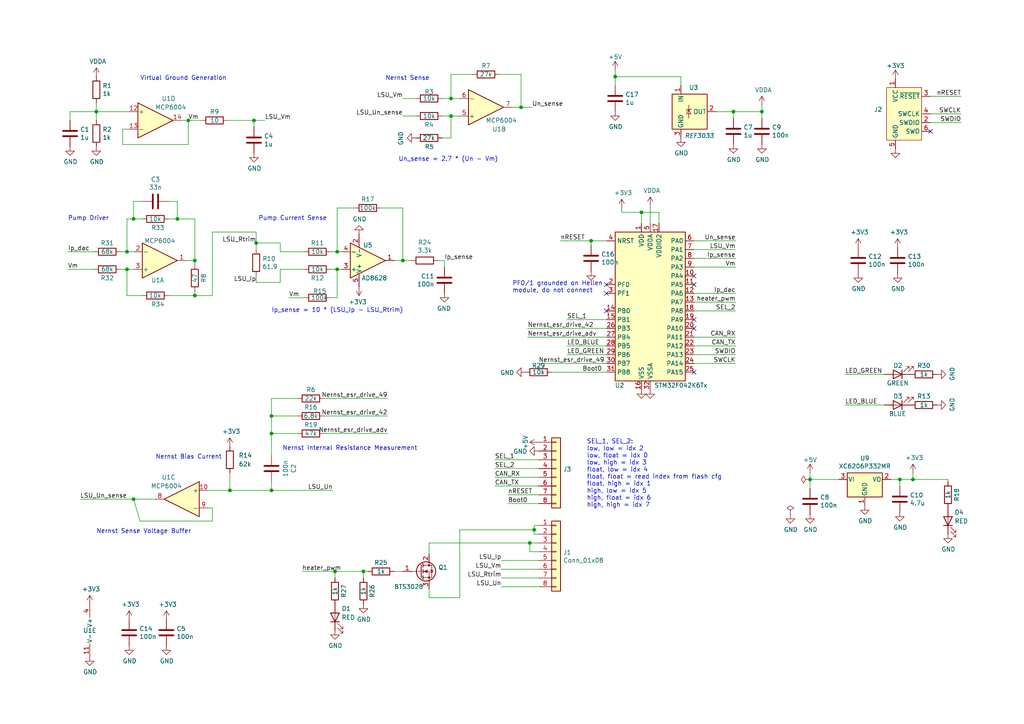
<source format=kicad_sch>
(kicad_sch (version 20211123) (generator eeschema)
  (paper "A4")
  (lib_symbols
    (symbol "Amplifier_Operational:AD8603" (pin_names (offset 0.127))
      (property "Reference" "U" (at 0 5.08 0))
      (property "Value" "AD8603" (at 0 -5.08 0))
      (symbol "AD8603_0_1"
        (polyline (pts (xy -5.08 5.08) (xy 5.08 0) (xy -5.08 -5.08) (xy -5.08 5.08)) (stroke (width 0.254)) (fill (type background)))
        (pin power_in line (at -2.54 -7.62 90) (length 3.81) (name "V-") (number "2"))
        (pin power_in line (at -2.54 7.62 270) (length 3.81) (name "V+") (number "5"))
      )
      (symbol "AD8603_1_1"
        (pin output line (at 7.62 0 180) (length 2.54) (name "~") (number "1"))
        (pin input line (at -7.62 2.54 0) (length 2.54) (name "+") (number "3"))
        (pin input line (at -7.62 -2.54 0) (length 2.54) (name "-") (number "4"))
      )
    )
    (symbol "Amplifier_Operational:MCP6004" (pin_names (offset 0.127))
      (property "Reference" "U" (at 0 5.08 0))
      (property "Value" "MCP6004" (at 0 -5.08 0))
      (symbol "MCP6004_1_1"
        (polyline (pts (xy -5.08 5.08) (xy 5.08 0) (xy -5.08 -5.08) (xy -5.08 5.08)) (stroke (width 0.254)) (fill (type background)))
        (pin output line (at 7.62 0 180) (length 2.54) (name "~") (number "1"))
        (pin input line (at -7.62 -2.54 0) (length 2.54) (name "-") (number "2"))
        (pin input line (at -7.62 2.54 0) (length 2.54) (name "+") (number "3"))
      )
      (symbol "MCP6004_2_1"
        (polyline (pts (xy -5.08 5.08) (xy 5.08 0) (xy -5.08 -5.08) (xy -5.08 5.08)) (stroke (width 0.254)) (fill (type background)))
        (pin input line (at -7.62 2.54 0) (length 2.54) (name "+") (number "5"))
        (pin input line (at -7.62 -2.54 0) (length 2.54) (name "-") (number "6"))
        (pin output line (at 7.62 0 180) (length 2.54) (name "~") (number "7"))
      )
      (symbol "MCP6004_3_1"
        (polyline (pts (xy -5.08 5.08) (xy 5.08 0) (xy -5.08 -5.08) (xy -5.08 5.08)) (stroke (width 0.254)) (fill (type background)))
        (pin input line (at -7.62 2.54 0) (length 2.54) (name "+") (number "10"))
        (pin output line (at 7.62 0 180) (length 2.54) (name "~") (number "8"))
        (pin input line (at -7.62 -2.54 0) (length 2.54) (name "-") (number "9"))
      )
      (symbol "MCP6004_4_1"
        (polyline (pts (xy -5.08 5.08) (xy 5.08 0) (xy -5.08 -5.08) (xy -5.08 5.08)) (stroke (width 0.254)) (fill (type background)))
        (pin input line (at -7.62 2.54 0) (length 2.54) (name "+") (number "12"))
        (pin input line (at -7.62 -2.54 0) (length 2.54) (name "-") (number "13"))
        (pin output line (at 7.62 0 180) (length 2.54) (name "~") (number "14"))
      )
      (symbol "MCP6004_5_1"
        (pin power_in line (at -2.54 -7.62 90) (length 3.81) (name "V-") (number "11"))
        (pin power_in line (at -2.54 7.62 270) (length 3.81) (name "V+") (number "4"))
      )
    )
    (symbol "Connector:Conn_ARM_SWD_TagConnect_TC2030" (in_bom no)
      (property "Reference" "J" (at 2.54 11.43 0))
      (property "Value" "Conn_ARM_SWD_TagConnect_TC2030" (at 5.08 8.89 0))
      (symbol "Conn_ARM_SWD_TagConnect_TC2030_0_0"
        (pin power_in line (at -2.54 10.16 270) (length 2.54) (name "VCC") (number "1"))
        (pin bidirectional line (at 7.62 -2.54 180) (length 2.54) (name "SWDIO") (number "2"))
        (pin open_collector line (at 7.62 5.08 180) (length 2.54) (name "~{RESET}") (number "3"))
        (pin output line (at 7.62 0 180) (length 2.54) (name "SWCLK") (number "4"))
        (pin power_in line (at -2.54 -10.16 90) (length 2.54) (name "GND") (number "5"))
        (pin input line (at 7.62 -5.08 180) (length 2.54) (name "SWO") (number "6"))
      )
      (symbol "Conn_ARM_SWD_TagConnect_TC2030_0_1"
        (rectangle (start -5.08 7.62) (end 5.08 -7.62) (fill (type background)))
      )
    )
    (symbol "Connector_Generic:Conn_01x08" (pin_names (offset 1.016) hide)
      (property "Reference" "J" (at 0 10.16 0))
      (property "Value" "Conn_01x08" (at 0 -12.7 0))
      (symbol "Conn_01x08_1_1"
        (rectangle (start -1.27 -10.033) (end 0 -10.287) (stroke (width 0.1524)))
        (rectangle (start -1.27 -7.493) (end 0 -7.747) (stroke (width 0.1524)))
        (rectangle (start -1.27 -4.953) (end 0 -5.207) (stroke (width 0.1524)))
        (rectangle (start -1.27 -2.413) (end 0 -2.667) (stroke (width 0.1524)))
        (rectangle (start -1.27 0.127) (end 0 -0.127) (stroke (width 0.1524)))
        (rectangle (start -1.27 2.667) (end 0 2.413) (stroke (width 0.1524)))
        (rectangle (start -1.27 5.207) (end 0 4.953) (stroke (width 0.1524)))
        (rectangle (start -1.27 7.747) (end 0 7.493) (stroke (width 0.1524)))
        (rectangle (start -1.27 8.89) (end 1.27 -11.43) (stroke (width 0.254)) (fill (type background)))
        (pin passive line (at -5.08 7.62 0) (length 3.81) (name "Pin_1") (number "1"))
        (pin passive line (at -5.08 5.08 0) (length 3.81) (name "Pin_2") (number "2"))
        (pin passive line (at -5.08 2.54 0) (length 3.81) (name "Pin_3") (number "3"))
        (pin passive line (at -5.08 0 0) (length 3.81) (name "Pin_4") (number "4"))
        (pin passive line (at -5.08 -2.54 0) (length 3.81) (name "Pin_5") (number "5"))
        (pin passive line (at -5.08 -5.08 0) (length 3.81) (name "Pin_6") (number "6"))
        (pin passive line (at -5.08 -7.62 0) (length 3.81) (name "Pin_7") (number "7"))
        (pin passive line (at -5.08 -10.16 0) (length 3.81) (name "Pin_8") (number "8"))
      )
    )
    (symbol "Device:C" (pin_numbers hide) (pin_names (offset 0.254))
      (property "Reference" "C" (at 0.635 2.54 0))
      (property "Value" "C" (at 0.635 -2.54 0))
      (symbol "C_0_1"
        (polyline (pts (xy -2.032 -0.762) (xy 2.032 -0.762)) (stroke (width 0.508)))
        (polyline (pts (xy -2.032 0.762) (xy 2.032 0.762)) (stroke (width 0.508)))
      )
      (symbol "C_1_1"
        (pin passive line (at 0 3.81 270) (length 2.794) (name "~") (number "1"))
        (pin passive line (at 0 -3.81 90) (length 2.794) (name "~") (number "2"))
      )
    )
    (symbol "Device:LED" (pin_numbers hide) (pin_names (offset 1.016) hide)
      (property "Reference" "D" (at 0 2.54 0))
      (property "Value" "LED" (at 0 -2.54 0))
      (symbol "LED_0_1"
        (polyline (pts (xy -1.27 -1.27) (xy -1.27 1.27)) (stroke (width 0.254)))
        (polyline (pts (xy -1.27 0) (xy 1.27 0)))
        (polyline (pts (xy 1.27 -1.27) (xy 1.27 1.27) (xy -1.27 0) (xy 1.27 -1.27)) (stroke (width 0.254)))
        (polyline (pts (xy -3.048 -0.762) (xy -4.572 -2.286) (xy -3.81 -2.286) (xy -4.572 -2.286) (xy -4.572 -1.524)))
        (polyline (pts (xy -1.778 -0.762) (xy -3.302 -2.286) (xy -2.54 -2.286) (xy -3.302 -2.286) (xy -3.302 -1.524)))
      )
      (symbol "LED_1_1"
        (pin passive line (at -3.81 0 0) (length 2.54) (name "K") (number "1"))
        (pin passive line (at 3.81 0 180) (length 2.54) (name "A") (number "2"))
      )
    )
    (symbol "Device:Q_NMOS_GDS" (pin_names (offset 0) hide)
      (property "Reference" "Q" (at 5.08 1.27 0))
      (property "Value" "Q_NMOS_GDS" (at 5.08 -1.27 0))
      (symbol "Q_NMOS_GDS_0_1"
        (polyline (pts (xy 0.254 0) (xy -2.54 0)))
        (polyline (pts (xy 0.254 1.905) (xy 0.254 -1.905)) (stroke (width 0.254)))
        (polyline (pts (xy 0.762 -1.27) (xy 0.762 -2.286)) (stroke (width 0.254)))
        (polyline (pts (xy 0.762 0.508) (xy 0.762 -0.508)) (stroke (width 0.254)))
        (polyline (pts (xy 0.762 2.286) (xy 0.762 1.27)) (stroke (width 0.254)))
        (polyline (pts (xy 2.54 2.54) (xy 2.54 1.778)))
        (polyline (pts (xy 2.54 -2.54) (xy 2.54 0) (xy 0.762 0)))
        (polyline (pts (xy 0.762 -1.778) (xy 3.302 -1.778) (xy 3.302 1.778) (xy 0.762 1.778)))
        (polyline (pts (xy 1.016 0) (xy 2.032 0.381) (xy 2.032 -0.381) (xy 1.016 0)) (fill (type outline)))
        (polyline (pts (xy 2.794 0.508) (xy 2.921 0.381) (xy 3.683 0.381) (xy 3.81 0.254)))
        (polyline (pts (xy 3.302 0.381) (xy 2.921 -0.254) (xy 3.683 -0.254) (xy 3.302 0.381)))
        (circle (center 1.651 0) (radius 2.794) (stroke (width 0.254)))
        (circle (center 2.54 -1.778) (radius 0.254) (fill (type outline)))
        (circle (center 2.54 1.778) (radius 0.254) (fill (type outline)))
      )
      (symbol "Q_NMOS_GDS_1_1"
        (pin input line (at -5.08 0 0) (length 2.54) (name "G") (number "1"))
        (pin passive line (at 2.54 5.08 270) (length 2.54) (name "D") (number "2"))
        (pin passive line (at 2.54 -5.08 90) (length 2.54) (name "S") (number "3"))
      )
    )
    (symbol "Device:R" (pin_numbers hide) (pin_names (offset 0))
      (property "Reference" "R" (at 2.032 0 90))
      (property "Value" "R" (at 0 0 90))
      (symbol "R_0_1"
        (rectangle (start -1.016 -2.54) (end 1.016 2.54) (stroke (width 0.254)))
      )
      (symbol "R_1_1"
        (pin passive line (at 0 3.81 270) (length 1.27) (name "~") (number "1"))
        (pin passive line (at 0 -3.81 90) (length 1.27) (name "~") (number "2"))
      )
    )
    (symbol "MCU_ST_STM32F0:STM32F042K6Tx"
      (property "Reference" "U" (at -10.16 21.59 0))
      (property "Value" "STM32F042K6Tx" (at 5.08 21.59 0))
      (symbol "STM32F042K6Tx_0_1"
        (rectangle (start -10.16 -22.86) (end 10.16 20.32) (stroke (width 0.254)) (fill (type background)))
      )
      (symbol "STM32F042K6Tx_1_1"
        (pin power_in line (at -2.54 22.86 270) (length 2.54) (name "VDD") (number "1"))
        (pin bidirectional line (at 12.7 7.62 180) (length 2.54) (name "PA4") (number "10"))
        (pin bidirectional line (at 12.7 5.08 180) (length 2.54) (name "PA5") (number "11"))
        (pin bidirectional line (at 12.7 2.54 180) (length 2.54) (name "PA6") (number "12"))
        (pin bidirectional line (at 12.7 0 180) (length 2.54) (name "PA7") (number "13"))
        (pin bidirectional line (at -12.7 -2.54 0) (length 2.54) (name "PB0") (number "14"))
        (pin bidirectional line (at -12.7 -5.08 0) (length 2.54) (name "PB1") (number "15"))
        (pin power_in line (at -2.54 -25.4 90) (length 2.54) (name "VSS") (number "16"))
        (pin power_in line (at 2.54 22.86 270) (length 2.54) (name "VDDIO2") (number "17"))
        (pin bidirectional line (at 12.7 -2.54 180) (length 2.54) (name "PA8") (number "18"))
        (pin bidirectional line (at 12.7 -5.08 180) (length 2.54) (name "PA9") (number "19"))
        (pin input line (at -12.7 5.08 0) (length 2.54) (name "PF0") (number "2"))
        (pin bidirectional line (at 12.7 -7.62 180) (length 2.54) (name "PA10") (number "20"))
        (pin bidirectional line (at 12.7 -10.16 180) (length 2.54) (name "PA11") (number "21"))
        (pin bidirectional line (at 12.7 -12.7 180) (length 2.54) (name "PA12") (number "22"))
        (pin bidirectional line (at 12.7 -15.24 180) (length 2.54) (name "PA13") (number "23"))
        (pin bidirectional line (at 12.7 -17.78 180) (length 2.54) (name "PA14") (number "24"))
        (pin bidirectional line (at 12.7 -20.32 180) (length 2.54) (name "PA15") (number "25"))
        (pin bidirectional line (at -12.7 -7.62 0) (length 2.54) (name "PB3") (number "26"))
        (pin bidirectional line (at -12.7 -10.16 0) (length 2.54) (name "PB4") (number "27"))
        (pin bidirectional line (at -12.7 -12.7 0) (length 2.54) (name "PB5") (number "28"))
        (pin bidirectional line (at -12.7 -15.24 0) (length 2.54) (name "PB6") (number "29"))
        (pin input line (at -12.7 2.54 0) (length 2.54) (name "PF1") (number "3"))
        (pin bidirectional line (at -12.7 -17.78 0) (length 2.54) (name "PB7") (number "30"))
        (pin bidirectional line (at -12.7 -20.32 0) (length 2.54) (name "PB8") (number "31"))
        (pin power_in line (at 0 -25.4 90) (length 2.54) (name "VSSA") (number "32"))
        (pin input line (at -12.7 17.78 0) (length 2.54) (name "NRST") (number "4"))
        (pin power_in line (at 0 22.86 270) (length 2.54) (name "VDDA") (number "5"))
        (pin bidirectional line (at 12.7 17.78 180) (length 2.54) (name "PA0") (number "6"))
        (pin bidirectional line (at 12.7 15.24 180) (length 2.54) (name "PA1") (number "7"))
        (pin bidirectional line (at 12.7 12.7 180) (length 2.54) (name "PA2") (number "8"))
        (pin bidirectional line (at 12.7 10.16 180) (length 2.54) (name "PA3") (number "9"))
      )
    )
    (symbol "Reference_Voltage:REF3033" (pin_names (offset 0.254))
      (property "Reference" "U" (at 0 6.35 0))
      (property "Value" "REF3033" (at 2.54 -6.35 0))
      (symbol "REF3033_0_1"
        (rectangle (start -5.08 5.08) (end 5.08 -5.08) (stroke (width 0.254)) (fill (type background)))
        (polyline (pts (xy -0.254 1.905) (xy -0.254 -1.905)))
        (polyline (pts (xy -0.889 -0.635) (xy 0.381 -0.635) (xy -0.254 0.635) (xy -0.889 -0.635)))
        (polyline (pts (xy 0.381 1.016) (xy 0.381 0.635) (xy -0.889 0.635) (xy -0.889 0.254)))
      )
      (symbol "REF3033_1_1"
        (pin power_in line (at -2.54 7.62 270) (length 2.54) (name "IN") (number "1"))
        (pin power_out line (at 7.62 0 180) (length 2.54) (name "OUT") (number "2"))
        (pin power_in line (at -2.54 -7.62 90) (length 2.54) (name "GND") (number "3"))
      )
    )
    (symbol "Regulator_Linear:XC6206PxxxMR" (pin_names (offset 0.254))
      (property "Reference" "U" (at -3.81 3.175 0))
      (property "Value" "XC6206PxxxMR" (at 0 3.175 0))
      (symbol "XC6206PxxxMR_0_1"
        (rectangle (start -5.08 1.905) (end 5.08 -5.08) (stroke (width 0.254)) (fill (type background)))
      )
      (symbol "XC6206PxxxMR_1_1"
        (pin power_in line (at 0 -7.62 90) (length 2.54) (name "GND") (number "1"))
        (pin power_out line (at 7.62 0 180) (length 2.54) (name "VO") (number "2"))
        (pin power_in line (at -7.62 0 0) (length 2.54) (name "VI") (number "3"))
      )
    )
    (symbol "power:+5V" (power) (pin_names (offset 0))
      (property "Value" "+5V" (at 0 3.556 0))
      (symbol "+5V_0_1"
        (polyline (pts (xy -0.762 1.27) (xy 0 2.54)))
        (polyline (pts (xy 0 0) (xy 0 2.54)))
        (polyline (pts (xy 0 2.54) (xy 0.762 1.27)))
      )
      (symbol "+5V_1_1"
        (pin power_in line (at 0 0 90) (length 0) hide (name "+5V") (number "1"))
      )
    )
    (symbol "power:GND" (power) (pin_names (offset 0))
      (property "Value" "GND" (at 0 -3.81 0))
      (symbol "GND_0_1"
        (polyline (pts (xy 0 0) (xy 0 -1.27) (xy 1.27 -1.27) (xy 0 -2.54) (xy -1.27 -1.27) (xy 0 -1.27)))
      )
      (symbol "GND_1_1"
        (pin power_in line (at 0 0 270) (length 0) hide (name "GND") (number "1"))
      )
    )
    (symbol "power:PWR_FLAG" (power) (pin_numbers hide) (pin_names (offset 0) hide)
      (property "Value" "PWR_FLAG" (at 0 3.81 0))
      (symbol "PWR_FLAG_0_0"
        (pin power_out line (at 0 0 90) (length 0) (name "pwr") (number "1"))
      )
      (symbol "PWR_FLAG_0_1"
        (polyline (pts (xy 0 0) (xy 0 1.27) (xy -1.016 1.905) (xy 0 2.54) (xy 1.016 1.905) (xy 0 1.27)))
      )
    )
    (symbol "power:VDDA" (power) (pin_names (offset 0))
      (property "Value" "VDDA" (at 0 3.81 0))
      (symbol "VDDA_0_1"
        (polyline (pts (xy -0.762 1.27) (xy 0 2.54)))
        (polyline (pts (xy 0 0) (xy 0 2.54)))
        (polyline (pts (xy 0 2.54) (xy 0.762 1.27)))
      )
      (symbol "VDDA_1_1"
        (pin power_in line (at 0 0 90) (length 0) hide (name "VDDA") (number "1"))
      )
    )
    (symbol "wideband_controller-rescue:+3.3V-power" (power) (pin_names (offset 0))
      (property "Value" "+3.3V-power" (at 0 3.556 0))
      (symbol "+3.3V-power_0_1"
        (polyline (pts (xy -0.762 1.27) (xy 0 2.54)))
        (polyline (pts (xy 0 0) (xy 0 2.54)))
        (polyline (pts (xy 0 2.54) (xy 0.762 1.27)))
      )
      (symbol "+3.3V-power_1_1"
        (pin power_in line (at 0 0 90) (length 0) hide (name "+3V3") (number "1"))
      )
    )
  )
  (junction (at 54.61 34.925))
  (junction (at 154.94 153.67))
  (junction (at 66.675 142.24))
  (junction (at 56.515 85.725))
  (junction (at 171.45 69.85))
  (junction (at 260.985 139.065))
  (junction (at 38.735 63.5))
  (junction (at 178.435 22.225))
  (junction (at 130.81 28.575))
  (junction (at 73.66 34.925))
  (junction (at 151.13 31.115))
  (junction (at 264.795 139.065))
  (junction (at 38.735 144.78))
  (junction (at 78.74 142.24))
  (junction (at 74.295 70.485))
  (junction (at 212.725 32.385))
  (junction (at 116.84 75.565))
  (junction (at 56.515 75.565))
  (junction (at 130.81 33.655))
  (junction (at 36.83 78.105))
  (junction (at 220.98 32.385))
  (junction (at 153.67 157.48))
  (junction (at 105.41 165.735))
  (junction (at 234.95 139.065))
  (junction (at 36.83 73.025))
  (junction (at 97.79 73.025))
  (junction (at 78.74 125.73))
  (junction (at 51.435 63.5))
  (junction (at 97.155 165.735))
  (junction (at 27.94 32.385))
  (junction (at 186.055 61.595))
  (junction (at 97.79 78.105))
  (junction (at 78.74 120.65))
  (no_connect (at 201.295 92.71))
  (no_connect (at 201.295 82.55))
  (no_connect (at 201.295 80.01))
  (no_connect (at 175.895 85.09))
  (no_connect (at 175.895 90.17))
  (no_connect (at 269.875 38.1))
  (no_connect (at 175.895 82.55))
  (no_connect (at 201.295 107.95))
  (no_connect (at 201.295 95.25))
  (wire (pts (xy 245.11 108.585) (xy 256.54 108.585)))
  (wire (pts (xy 128.905 75.565) (xy 127 75.565)))
  (wire (pts (xy 147.32 143.51) (xy 156.21 143.51)))
  (wire (pts (xy 34.925 78.105) (xy 36.83 78.105)))
  (wire (pts (xy 156.21 105.41) (xy 175.895 105.41)))
  (wire (pts (xy 61.595 147.32) (xy 60.325 147.32)))
  (wire (pts (xy 264.795 139.065) (xy 274.955 139.065)))
  (wire (pts (xy 116.84 33.655) (xy 120.65 33.655)))
  (wire (pts (xy 78.74 120.65) (xy 86.36 120.65)))
  (wire (pts (xy 116.84 165.735) (xy 114.3 165.735)))
  (wire (pts (xy 153.035 97.79) (xy 175.895 97.79)))
  (wire (pts (xy 37.465 37.465) (xy 35.56 37.465)))
  (wire (pts (xy 19.685 78.105) (xy 27.305 78.105)))
  (wire (pts (xy 95.885 73.025) (xy 97.79 73.025)))
  (wire (pts (xy 201.295 69.85) (xy 213.36 69.85)))
  (wire (pts (xy 110.49 60.325) (xy 116.84 60.325)))
  (wire (pts (xy 178.435 22.225) (xy 178.435 20.32)))
  (wire (pts (xy 66.675 142.24) (xy 78.74 142.24)))
  (wire (pts (xy 130.81 40.005) (xy 130.81 33.655)))
  (wire (pts (xy 144.78 21.59) (xy 151.13 21.59)))
  (wire (pts (xy 38.735 144.78) (xy 40.64 151.13)))
  (wire (pts (xy 78.74 142.24) (xy 78.74 139.7)))
  (wire (pts (xy 97.155 167.64) (xy 97.155 165.735)))
  (wire (pts (xy 154.305 31.115) (xy 151.13 31.115)))
  (wire (pts (xy 81.28 81.915) (xy 74.295 81.915)))
  (wire (pts (xy 35.56 41.91) (xy 54.61 41.91)))
  (wire (pts (xy 54.61 41.91) (xy 54.61 34.925)))
  (wire (pts (xy 61.595 67.31) (xy 74.295 67.31)))
  (wire (pts (xy 156.21 162.56) (xy 145.415 162.56)))
  (wire (pts (xy 201.295 102.87) (xy 213.36 102.87)))
  (wire (pts (xy 213.36 97.79) (xy 201.295 97.79)))
  (wire (pts (xy 124.46 157.48) (xy 153.67 157.48)))
  (wire (pts (xy 175.895 92.71) (xy 164.465 92.71)))
  (wire (pts (xy 27.94 32.385) (xy 37.465 32.385)))
  (wire (pts (xy 36.83 73.025) (xy 38.735 73.025)))
  (wire (pts (xy 38.735 144.78) (xy 45.085 144.78)))
  (wire (pts (xy 97.79 60.325) (xy 97.79 73.025)))
  (wire (pts (xy 243.205 139.065) (xy 234.95 139.065)))
  (wire (pts (xy 130.81 33.655) (xy 133.35 33.655)))
  (wire (pts (xy 213.36 77.47) (xy 201.295 77.47)))
  (wire (pts (xy 154.94 152.4) (xy 156.21 152.4)))
  (wire (pts (xy 112.395 125.73) (xy 93.98 125.73)))
  (wire (pts (xy 74.295 67.31) (xy 74.295 70.485)))
  (wire (pts (xy 197.485 22.225) (xy 178.435 22.225)))
  (wire (pts (xy 95.885 86.36) (xy 97.79 86.36)))
  (wire (pts (xy 78.74 120.65) (xy 78.74 125.73)))
  (wire (pts (xy 124.46 160.655) (xy 124.46 157.48)))
  (wire (pts (xy 19.685 73.025) (xy 27.305 73.025)))
  (wire (pts (xy 213.36 87.63) (xy 201.295 87.63)))
  (wire (pts (xy 97.79 73.025) (xy 99.06 73.025)))
  (wire (pts (xy 274.955 139.065) (xy 274.955 139.7)))
  (wire (pts (xy 160.02 107.95) (xy 175.895 107.95)))
  (wire (pts (xy 35.56 37.465) (xy 35.56 41.91)))
  (wire (pts (xy 191.135 61.595) (xy 191.135 64.77)))
  (wire (pts (xy 234.95 137.16) (xy 234.95 139.065)))
  (wire (pts (xy 156.21 167.64) (xy 145.415 167.64)))
  (wire (pts (xy 164.465 102.87) (xy 175.895 102.87)))
  (wire (pts (xy 87.63 165.735) (xy 97.155 165.735)))
  (wire (pts (xy 48.895 63.5) (xy 51.435 63.5)))
  (wire (pts (xy 78.74 115.57) (xy 86.36 115.57)))
  (wire (pts (xy 234.95 139.065) (xy 234.95 141.605)))
  (wire (pts (xy 264.795 137.16) (xy 264.795 139.065)))
  (wire (pts (xy 278.765 33.02) (xy 269.875 33.02)))
  (wire (pts (xy 74.295 70.485) (xy 81.28 70.485)))
  (wire (pts (xy 201.295 100.33) (xy 213.36 100.33)))
  (wire (pts (xy 56.515 75.565) (xy 53.975 75.565)))
  (wire (pts (xy 207.645 32.385) (xy 212.725 32.385)))
  (wire (pts (xy 97.155 165.735) (xy 105.41 165.735)))
  (wire (pts (xy 130.81 40.005) (xy 128.27 40.005)))
  (wire (pts (xy 186.055 61.595) (xy 191.135 61.595)))
  (wire (pts (xy 60.325 142.24) (xy 66.675 142.24)))
  (wire (pts (xy 66.675 137.16) (xy 66.675 142.24)))
  (wire (pts (xy 197.485 24.765) (xy 197.485 22.225)))
  (wire (pts (xy 213.36 72.39) (xy 201.295 72.39)))
  (wire (pts (xy 76.835 34.925) (xy 73.66 34.925)))
  (wire (pts (xy 180.34 61.595) (xy 186.055 61.595)))
  (wire (pts (xy 245.11 117.475) (xy 256.54 117.475)))
  (wire (pts (xy 145.415 170.18) (xy 156.21 170.18)))
  (wire (pts (xy 81.28 73.025) (xy 88.265 73.025)))
  (wire (pts (xy 48.895 85.725) (xy 56.515 85.725)))
  (wire (pts (xy 20.32 32.385) (xy 27.94 32.385)))
  (wire (pts (xy 105.41 165.735) (xy 105.41 167.64)))
  (wire (pts (xy 83.82 86.36) (xy 88.265 86.36)))
  (wire (pts (xy 133.35 28.575) (xy 130.81 28.575)))
  (wire (pts (xy 95.885 78.105) (xy 97.79 78.105)))
  (wire (pts (xy 130.81 28.575) (xy 128.27 28.575)))
  (wire (pts (xy 73.66 36.83) (xy 73.66 34.925)))
  (wire (pts (xy 48.895 58.42) (xy 51.435 58.42)))
  (wire (pts (xy 212.725 32.385) (xy 220.98 32.385)))
  (wire (pts (xy 74.295 80.01) (xy 74.295 81.915)))
  (wire (pts (xy 143.51 133.35) (xy 156.21 133.35)))
  (wire (pts (xy 171.45 71.12) (xy 171.45 69.85)))
  (wire (pts (xy 97.79 78.105) (xy 99.06 78.105)))
  (wire (pts (xy 81.28 78.105) (xy 81.28 81.915)))
  (wire (pts (xy 220.98 30.48) (xy 220.98 32.385)))
  (wire (pts (xy 27.94 29.845) (xy 27.94 32.385)))
  (wire (pts (xy 106.68 165.735) (xy 105.41 165.735)))
  (wire (pts (xy 212.725 32.385) (xy 212.725 34.29)))
  (wire (pts (xy 269.875 35.56) (xy 278.765 35.56)))
  (wire (pts (xy 41.275 58.42) (xy 38.735 58.42)))
  (wire (pts (xy 154.94 153.67) (xy 154.94 154.94)))
  (wire (pts (xy 116.84 28.575) (xy 120.65 28.575)))
  (wire (pts (xy 143.51 138.43) (xy 156.21 138.43)))
  (wire (pts (xy 56.515 85.725) (xy 61.595 85.725)))
  (wire (pts (xy 130.81 21.59) (xy 137.16 21.59)))
  (wire (pts (xy 56.515 63.5) (xy 56.515 75.565)))
  (wire (pts (xy 54.61 34.925) (xy 52.705 34.925)))
  (wire (pts (xy 36.83 63.5) (xy 36.83 73.025)))
  (wire (pts (xy 147.32 146.05) (xy 156.21 146.05)))
  (wire (pts (xy 128.27 33.655) (xy 130.81 33.655)))
  (wire (pts (xy 36.83 78.105) (xy 38.735 78.105)))
  (wire (pts (xy 36.83 85.725) (xy 36.83 78.105)))
  (wire (pts (xy 38.735 63.5) (xy 41.275 63.5)))
  (wire (pts (xy 154.94 154.94) (xy 156.21 154.94)))
  (wire (pts (xy 116.84 75.565) (xy 119.38 75.565)))
  (wire (pts (xy 133.35 153.67) (xy 154.94 153.67)))
  (wire (pts (xy 78.74 115.57) (xy 78.74 120.65)))
  (wire (pts (xy 78.74 125.73) (xy 78.74 132.08)))
  (wire (pts (xy 40.64 151.13) (xy 61.595 151.13)))
  (wire (pts (xy 97.79 78.105) (xy 97.79 86.36)))
  (wire (pts (xy 213.36 85.09) (xy 201.295 85.09)))
  (wire (pts (xy 78.74 125.73) (xy 86.36 125.73)))
  (wire (pts (xy 201.295 90.17) (xy 213.36 90.17)))
  (wire (pts (xy 133.35 173.355) (xy 133.35 153.67)))
  (wire (pts (xy 151.13 21.59) (xy 151.13 31.115)))
  (wire (pts (xy 74.295 72.39) (xy 74.295 70.485)))
  (wire (pts (xy 186.055 64.77) (xy 186.055 61.595)))
  (wire (pts (xy 116.84 75.565) (xy 114.3 75.565)))
  (wire (pts (xy 220.98 32.385) (xy 220.98 34.29)))
  (wire (pts (xy 180.34 61.595) (xy 180.34 60.325)))
  (wire (pts (xy 78.74 142.24) (xy 96.52 142.24)))
  (wire (pts (xy 260.985 139.065) (xy 258.445 139.065)))
  (wire (pts (xy 36.83 63.5) (xy 38.735 63.5)))
  (wire (pts (xy 124.46 170.815) (xy 124.46 173.355)))
  (wire (pts (xy 260.985 140.97) (xy 260.985 139.065)))
  (wire (pts (xy 156.21 140.97) (xy 143.51 140.97)))
  (wire (pts (xy 116.84 60.325) (xy 116.84 75.565)))
  (wire (pts (xy 102.87 60.325) (xy 97.79 60.325)))
  (wire (pts (xy 27.94 32.385) (xy 27.94 34.925)))
  (wire (pts (xy 34.925 73.025) (xy 36.83 73.025)))
  (wire (pts (xy 153.67 157.48) (xy 153.67 160.02)))
  (wire (pts (xy 51.435 63.5) (xy 56.515 63.5)))
  (wire (pts (xy 213.36 105.41) (xy 201.295 105.41)))
  (wire (pts (xy 278.765 27.94) (xy 269.875 27.94)))
  (wire (pts (xy 73.66 34.925) (xy 66.04 34.925)))
  (wire (pts (xy 188.595 64.77) (xy 188.595 59.69)))
  (wire (pts (xy 51.435 58.42) (xy 51.435 63.5)))
  (wire (pts (xy 153.67 157.48) (xy 156.21 157.48)))
  (wire (pts (xy 178.435 24.765) (xy 178.435 22.225)))
  (wire (pts (xy 201.295 74.93) (xy 213.36 74.93)))
  (wire (pts (xy 171.45 69.85) (xy 162.56 69.85)))
  (wire (pts (xy 41.275 85.725) (xy 36.83 85.725)))
  (wire (pts (xy 143.51 135.89) (xy 156.21 135.89)))
  (wire (pts (xy 112.395 120.65) (xy 93.98 120.65)))
  (wire (pts (xy 88.265 78.105) (xy 81.28 78.105)))
  (wire (pts (xy 23.495 144.78) (xy 38.735 144.78)))
  (wire (pts (xy 153.035 95.25) (xy 175.895 95.25)))
  (wire (pts (xy 130.81 28.575) (xy 130.81 21.59)))
  (wire (pts (xy 58.42 34.925) (xy 54.61 34.925)))
  (wire (pts (xy 175.895 69.85) (xy 171.45 69.85)))
  (wire (pts (xy 20.32 34.925) (xy 20.32 32.385)))
  (wire (pts (xy 124.46 173.355) (xy 133.35 173.355)))
  (wire (pts (xy 81.28 70.485) (xy 81.28 73.025)))
  (wire (pts (xy 154.94 153.67) (xy 154.94 152.4)))
  (wire (pts (xy 61.595 151.13) (xy 61.595 147.32)))
  (wire (pts (xy 38.735 58.42) (xy 38.735 63.5)))
  (wire (pts (xy 164.465 100.33) (xy 175.895 100.33)))
  (wire (pts (xy 151.13 31.115) (xy 148.59 31.115)))
  (wire (pts (xy 112.395 115.57) (xy 93.98 115.57)))
  (wire (pts (xy 264.795 139.065) (xy 260.985 139.065)))
  (wire (pts (xy 153.67 160.02) (xy 156.21 160.02)))
  (wire (pts (xy 61.595 85.725) (xy 61.595 67.31)))
  (wire (pts (xy 56.515 76.835) (xy 56.515 75.565)))
  (wire (pts (xy 56.515 85.725) (xy 56.515 84.455)))
  (wire (pts (xy 145.415 165.1) (xy 156.21 165.1)))
  (wire (pts (xy 128.905 77.47) (xy 128.905 75.565)))
  (text "Un_sense = 2.7 * (Un - Vm)" (at 115.57 46.99 0) (effects (font (size 1.27 1.27)) (justify left bottom)))
  (text "Nernst Internal Resistance Measurement" (at 81.915 130.81 0) (effects (font (size 1.27 1.27)) (justify left bottom)))
  (text "Pump Driver" (at 19.685 64.135 0) (effects (font (size 1.27 1.27)) (justify left bottom)))
  (text "Nernst Sense Voltage Buffer" (at 27.94 154.94 0) (effects (font (size 1.27 1.27)) (justify left bottom)))
  (text "PF0/1 grounded on Hellen\nmodule, do not connect" (at 148.59 85.09 0) (effects (font (size 1.27 1.27)) (justify left bottom)))
  (text "Nernst Bias Current" (at 45.085 133.35 0) (effects (font (size 1.27 1.27)) (justify left bottom)))
  (text "Ip_sense = 10 * (LSU_Ip - LSU_Rtrim)" (at 78.74 90.805 0) (effects (font (size 1.27 1.27)) (justify left bottom)))
  (text "Virtual Ground Generation" (at 40.64 23.495 0) (effects (font (size 1.27 1.27)) (justify left bottom)))
  (text "Nernst Sense" (at 111.76 23.495 0) (effects (font (size 1.27 1.27)) (justify left bottom)))
  (text "Pump Current Sense" (at 74.93 64.135 0) (effects (font (size 1.27 1.27)) (justify left bottom)))
  (text "SEL_1, SEL_2:\nlow, low = idx 2\nlow, float = idx 0\nlow, high = idx 3\nfloat, low = idx 4\nfloat, float = read index from flash cfg\nfloat, high = idx 1\nhigh, low = idx 5\nhigh, float = idx 6\nhigh, high = idx 7\n" (at 170.18 147.32 0) (effects (font (size 1.27 1.27)) (justify left bottom)))
  (label "Ip_dac" (at 19.685 73.025 0))
  (label "LED_GREEN" (at 245.11 108.585 0))
  (label "LSU_Ip" (at 145.415 162.56 180))
  (label "Ip_dac" (at 213.36 85.09 180))
  (label "LSU_Vm" (at 116.84 28.575 180))
  (label "CAN_RX" (at 143.51 138.43 0))
  (label "Un_sense" (at 154.305 31.115 0))
  (label "SEL_1" (at 143.51 133.35 0))
  (label "Un_sense" (at 213.36 69.85 180))
  (label "Boot0" (at 168.91 107.95 0))
  (label "LSU_Rtrim" (at 74.295 70.485 180))
  (label "Vm" (at 213.36 77.47 180))
  (label "LSU_Un_sense" (at 116.84 33.655 180))
  (label "LSU_Vm" (at 145.415 165.1 180))
  (label "LED_BLUE" (at 164.465 100.33 0))
  (label "SEL_2" (at 143.51 135.89 0))
  (label "CAN_TX" (at 143.51 140.97 0))
  (label "heater_pwm" (at 87.63 165.735 0))
  (label "SWCLK" (at 213.36 105.41 180))
  (label "LED_GREEN" (at 164.465 102.87 0))
  (label "SWDIO" (at 213.36 102.87 180))
  (label "Boot0" (at 147.32 146.05 0))
  (label "LSU_Vm" (at 76.835 34.925 0))
  (label "SEL_1" (at 164.465 92.71 0))
  (label "Vm" (at 54.61 34.925 0))
  (label "Nernst_esr_drive_49" (at 156.21 105.41 0))
  (label "LSU_Un" (at 145.415 170.18 180))
  (label "Nernst_esr_drive_adv" (at 153.035 97.79 0))
  (label "Nernst_esr_drive_42" (at 112.395 120.65 180))
  (label "Nernst_esr_drive_49" (at 112.395 115.57 180))
  (label "CAN_RX" (at 213.36 97.79 180))
  (label "Vm" (at 19.685 78.105 0))
  (label "nRESET" (at 147.32 143.51 0))
  (label "SWCLK" (at 278.765 33.02 180))
  (label "nRESET" (at 278.765 27.94 180))
  (label "SEL_2" (at 213.36 90.17 180))
  (label "LED_BLUE" (at 245.11 117.475 0))
  (label "Nernst_esr_drive_adv" (at 112.395 125.73 180))
  (label "LSU_Un_sense" (at 36.83 144.78 180))
  (label "nRESET" (at 162.56 69.85 0))
  (label "LSU_Rtrim" (at 145.415 167.64 180))
  (label "LSU_Un" (at 96.52 142.24 180))
  (label "Ip_sense" (at 128.905 75.565 0))
  (label "LSU_Ip" (at 74.295 81.915 180))
  (label "Nernst_esr_drive_42" (at 153.035 95.25 0))
  (label "SWDIO" (at 278.765 35.56 180))
  (label "heater_pwm" (at 213.36 87.63 180))
  (label "Ip_sense" (at 213.36 74.93 180))
  (label "CAN_TX" (at 213.36 100.33 180))
  (label "LSU_Vm" (at 213.36 72.39 180))
  (label "Vm" (at 83.82 86.36 0))
  (symbol (lib_id "Device:R") (at 124.46 33.655 90) (unit 1)
    (property "Reference" "R4" (at 124.46 36.195 90))
    (property "Value" "10k" (at 124.46 33.655 90))
    (property "Footprint" "Resistor_SMD:R_0402_1005Metric" (effects hide))
    (property "LCSC" "C25744" (effects hide))
  )
  (symbol (lib_id "Device:R") (at 124.46 28.575 90) (unit 1)
    (property "Reference" "R3" (at 124.46 26.67 90))
    (property "Value" "10k" (at 124.46 28.575 90))
    (property "Footprint" "Resistor_SMD:R_0402_1005Metric" (effects hide))
    (property "LCSC" "C25744" (effects hide))
  )
  (symbol (lib_id "Device:R") (at 140.97 21.59 90) (unit 1)
    (property "Reference" "R7" (at 140.97 19.05 90))
    (property "Value" "27k" (at 140.97 21.59 90))
    (property "Footprint" "Resistor_SMD:R_0402_1005Metric" (effects hide))
    (property "LCSC" "C25771" (effects hide))
  )
  (symbol (lib_id "Device:R") (at 124.46 40.005 270) (unit 1)
    (property "Reference" "R5" (at 123.19 42.545 90) (effects (justify left)))
    (property "Value" "27k" (at 122.555 40.005 90) (effects (justify left)))
    (property "Footprint" "Resistor_SMD:R_0402_1005Metric" (effects hide))
    (property "LCSC" "C25771" (effects hide))
  )
  (symbol (lib_id "power:GND") (at 120.65 40.005 270) (unit 1)
    (property "Reference" "#PWR04" (effects hide))
    (property "Value" "GND" (at 116.2558 40.132 0))
  )
  (symbol (lib_id "Device:R") (at 74.295 76.2 0) (unit 1)
    (property "Reference" "R10" (at 76.073 75.0316 0) (effects (justify left)))
    (property "Value" "61.9" (at 76.073 77.343 0) (effects (justify left)))
    (property "Footprint" "Resistor_SMD:R_0603_1608Metric" (effects hide))
    (property "LCSC" "C23092" (effects hide))
  )
  (symbol (lib_id "Device:R") (at 27.94 26.035 0) (unit 1)
    (property "Reference" "R1" (at 29.718 24.8666 0) (effects (justify left)))
    (property "Value" "1k" (at 29.718 27.178 0) (effects (justify left)))
    (property "Footprint" "Resistor_SMD:R_0402_1005Metric" (effects hide))
    (property "LCSC" "C11702" (effects hide))
  )
  (symbol (lib_id "Device:R") (at 27.94 38.735 0) (unit 1)
    (property "Reference" "R2" (at 29.718 37.5666 0) (effects (justify left)))
    (property "Value" "1k" (at 29.718 39.878 0) (effects (justify left)))
    (property "Footprint" "Resistor_SMD:R_0402_1005Metric" (effects hide))
    (property "LCSC" "C11702" (effects hide))
  )
  (symbol (lib_id "power:GND") (at 27.94 42.545 0) (unit 1)
    (property "Reference" "#PWR03" (effects hide))
    (property "Value" "GND" (at 28.067 46.9392 0))
  )
  (symbol (lib_id "Device:C") (at 20.32 38.735 0) (unit 1)
    (property "Reference" "C1" (at 23.241 37.5666 0) (effects (justify left)))
    (property "Value" "1u" (at 23.241 39.878 0) (effects (justify left)))
    (property "Footprint" "Capacitor_SMD:C_0402_1005Metric" (effects hide))
    (property "LCSC" "C52923" (effects hide))
  )
  (symbol (lib_id "power:GND") (at 20.32 42.545 0) (unit 1)
    (property "Reference" "#PWR01" (effects hide))
    (property "Value" "GND" (at 20.447 46.9392 0))
  )
  (symbol (lib_id "Device:C") (at 78.74 135.89 180) (unit 1)
    (property "Reference" "C2" (at 85.1408 135.89 90))
    (property "Value" "100n" (at 82.8294 135.89 90))
    (property "Footprint" "Capacitor_SMD:C_0402_1005Metric" (effects hide))
    (property "LCSC" "C1525" (effects hide))
  )
  (symbol (lib_id "Device:R") (at 90.17 115.57 90) (unit 1)
    (property "Reference" "R6" (at 90.17 113.03 90))
    (property "Value" "22k" (at 90.17 115.57 90))
    (property "Footprint" "Resistor_SMD:R_0402_1005Metric" (effects hide))
    (property "LCSC" "C25768" (effects hide))
  )
  (symbol (lib_id "Device:R") (at 92.075 73.025 270) (unit 1)
    (property "Reference" "R11" (at 92.075 70.485 90))
    (property "Value" "10k" (at 92.075 73.025 90))
    (property "Footprint" "Resistor_SMD:R_0402_1005Metric" (effects hide))
    (property "LCSC" "C25744" (effects hide))
  )
  (symbol (lib_id "Device:R") (at 92.075 78.105 270) (unit 1)
    (property "Reference" "R12" (at 92.075 80.645 90))
    (property "Value" "10k" (at 92.075 78.105 90))
    (property "Footprint" "Resistor_SMD:R_0402_1005Metric" (effects hide))
    (property "LCSC" "C25744" (effects hide))
  )
  (symbol (lib_id "Device:R") (at 92.075 86.36 270) (unit 1)
    (property "Reference" "R15" (at 90.805 84.455 90) (effects (justify left)))
    (property "Value" "100k" (at 90.17 86.36 90) (effects (justify left)))
    (property "Footprint" "Resistor_SMD:R_0402_1005Metric" (effects hide))
    (property "LCSC" "C25741" (effects hide))
  )
  (symbol (lib_id "Device:R") (at 62.23 34.925 270) (unit 1)
    (property "Reference" "R9" (at 62.23 32.385 90))
    (property "Value" "10" (at 62.23 34.925 90))
    (property "Footprint" "Resistor_SMD:R_0402_1005Metric" (effects hide))
    (property "LCSC" "C25077" (effects hide))
  )
  (symbol (lib_id "Device:R") (at 106.68 60.325 270) (unit 1)
    (property "Reference" "R17" (at 106.68 57.785 90))
    (property "Value" "100k" (at 106.68 60.325 90))
    (property "Footprint" "Resistor_SMD:R_0402_1005Metric" (effects hide))
    (property "LCSC" "C25741" (effects hide))
  )
  (symbol (lib_id "Device:R") (at 56.515 80.645 180) (unit 1)
    (property "Reference" "R8" (at 59.055 80.645 90))
    (property "Value" "47" (at 56.515 80.645 90))
    (property "Footprint" "Resistor_SMD:R_0402_1005Metric" (effects hide))
    (property "LCSC" "C25118" (effects hide))
  )
  (symbol (lib_id "Device:C") (at 73.66 40.64 0) (unit 1)
    (property "Reference" "C4" (at 76.581 39.4716 0) (effects (justify left)))
    (property "Value" "1u" (at 76.581 41.783 0) (effects (justify left)))
    (property "Footprint" "Capacitor_SMD:C_0402_1005Metric" (effects hide))
    (property "LCSC" "C52923" (effects hide))
  )
  (symbol (lib_id "power:GND") (at 73.66 44.45 0) (unit 1)
    (property "Reference" "#PWR08" (effects hide))
    (property "Value" "GND" (at 73.787 48.8442 0))
  )
  (symbol (lib_id "Device:C") (at 234.95 145.415 0) (unit 1)
    (property "Reference" "C8" (at 237.871 144.2466 0) (effects (justify left)))
    (property "Value" "100n" (at 237.871 146.558 0) (effects (justify left)))
    (property "Footprint" "Capacitor_SMD:C_0402_1005Metric" (effects hide))
    (property "LCSC" "C1525" (effects hide))
  )
  (symbol (lib_id "power:GND") (at 234.95 149.225 0) (unit 1)
    (property "Reference" "#PWR024" (effects hide))
    (property "Value" "GND" (at 235.077 153.6192 0))
  )
  (symbol (lib_id "power:+5V") (at 234.95 137.16 0) (unit 1)
    (property "Reference" "#PWR023" (effects hide))
    (property "Value" "+5V" (at 234.95 133.35 0))
  )
  (symbol (lib_id "Regulator_Linear:XC6206PxxxMR") (at 250.825 139.065 0) (unit 1)
    (property "Reference" "U9" (at 250.825 132.9182 0))
    (property "Value" "XC6206P332MR" (at 250.825 135.2296 0))
    (property "Footprint" "Package_TO_SOT_SMD:SOT-23" (effects hide))
    (property "Datasheet" "https://www.torexsemi.com/file/xc6206/XC6206.pdf" (effects hide))
    (property "LCSC" "C5446" (effects hide))
  )
  (symbol (lib_id "power:GND") (at 250.825 146.685 0) (unit 1)
    (property "Reference" "#PWR026" (effects hide))
    (property "Value" "GND" (at 250.952 151.0792 0))
  )
  (symbol (lib_id "Device:C") (at 260.985 144.78 0) (unit 1)
    (property "Reference" "C10" (at 263.906 143.6116 0) (effects (justify left)))
    (property "Value" "4.7u" (at 263.906 145.923 0) (effects (justify left)))
    (property "Footprint" "Capacitor_SMD:C_0603_1608Metric" (effects hide))
    (property "LCSC" "C19666" (effects hide))
  )
  (symbol (lib_id "power:GND") (at 260.985 148.59 0) (unit 1)
    (property "Reference" "#PWR027" (effects hide))
    (property "Value" "GND" (at 261.112 152.9842 0))
  )
  (symbol (lib_id "wideband_controller-rescue:+3.3V-power") (at 264.795 137.16 0) (unit 1)
    (property "Reference" "#PWR028" (effects hide))
    (property "Value" "+3.3V" (at 265.176 132.7658 0))
  )
  (symbol (lib_id "Device:R") (at 45.085 63.5 270) (unit 1)
    (property "Reference" "R33" (at 43.815 66.04 90) (effects (justify left)))
    (property "Value" "10k" (at 43.18 63.5 90) (effects (justify left)))
    (property "Footprint" "Resistor_SMD:R_0402_1005Metric" (effects hide))
    (property "LCSC" "C25744" (effects hide))
  )
  (symbol (lib_id "Device:R") (at 45.085 85.725 270) (unit 1)
    (property "Reference" "R34" (at 43.815 88.265 90) (effects (justify left)))
    (property "Value" "10k" (at 43.18 85.725 90) (effects (justify left)))
    (property "Footprint" "Resistor_SMD:R_0402_1005Metric" (effects hide))
    (property "LCSC" "C25744" (effects hide))
  )
  (symbol (lib_id "Device:R") (at 31.115 78.105 270) (unit 1)
    (property "Reference" "R32" (at 31.115 80.645 90))
    (property "Value" "68k" (at 31.115 78.105 90))
    (property "Footprint" "Resistor_SMD:R_0402_1005Metric" (effects hide))
    (property "LCSC" "C36871" (effects hide))
  )
  (symbol (lib_id "Device:R") (at 31.115 73.025 90) (unit 1)
    (property "Reference" "R31" (at 31.115 70.485 90))
    (property "Value" "68k" (at 31.115 73.025 90))
    (property "Footprint" "Resistor_SMD:R_0402_1005Metric" (effects hide))
    (property "LCSC" "C36871" (effects hide))
  )
  (symbol (lib_id "Amplifier_Operational:MCP6004") (at 140.97 31.115 0) (mirror x) (unit 2)
    (property "Reference" "U1" (at 144.78 37.465 0))
    (property "Value" "MCP6004" (at 145.415 34.925 0))
    (property "Footprint" "Package_SO:TSSOP-14_4.4x5mm_P0.65mm" (effects hide))
    (property "Datasheet" "http://ww1.microchip.com/downloads/en/DeviceDoc/21733j.pdf" (effects hide))
    (property "LCSC" "C50282" (effects hide))
  )
  (symbol (lib_id "Amplifier_Operational:MCP6004") (at 46.355 75.565 0) (mirror x) (unit 1)
    (property "Reference" "U1" (at 45.72 81.28 0))
    (property "Value" "MCP6004" (at 46.355 69.85 0))
    (property "Footprint" "Package_SO:TSSOP-14_4.4x5mm_P0.65mm" (effects hide))
    (property "Datasheet" "http://ww1.microchip.com/downloads/en/DeviceDoc/21733j.pdf" (effects hide))
    (property "LCSC" "C50282" (effects hide))
  )
  (symbol (lib_id "Amplifier_Operational:MCP6004") (at 52.705 144.78 0) (mirror y) (unit 3)
    (property "Reference" "U1" (at 48.895 138.43 0))
    (property "Value" "MCP6004" (at 48.26 140.97 0))
    (property "Footprint" "Package_SO:TSSOP-14_4.4x5mm_P0.65mm" (effects hide))
    (property "Datasheet" "http://ww1.microchip.com/downloads/en/DeviceDoc/21733j.pdf" (effects hide))
    (property "LCSC" "C50282" (effects hide))
  )
  (symbol (lib_id "Amplifier_Operational:MCP6004") (at 45.085 34.925 0) (unit 4)
    (property "Reference" "U1" (at 48.895 28.575 0))
    (property "Value" "MCP6004" (at 49.53 31.115 0))
    (property "Footprint" "Package_SO:TSSOP-14_4.4x5mm_P0.65mm" (effects hide))
    (property "Datasheet" "http://ww1.microchip.com/downloads/en/DeviceDoc/21733j.pdf" (effects hide))
    (property "LCSC" "C50282" (effects hide))
  )
  (symbol (lib_id "Device:C") (at 45.085 58.42 270) (unit 1)
    (property "Reference" "C3" (at 45.085 52.0192 90))
    (property "Value" "33n" (at 45.085 54.3306 90))
    (property "Footprint" "Capacitor_SMD:C_0402_1005Metric" (effects hide))
    (property "LCSC" "C1585" (effects hide))
  )
  (symbol (lib_id "wideband_controller-rescue:+3.3V-power") (at 180.34 60.325 0) (unit 1)
    (property "Reference" "#PWR020" (effects hide))
    (property "Value" "+3.3V" (at 180.721 55.9308 0))
  )
  (symbol (lib_id "Device:C") (at 212.725 38.1 0) (unit 1)
    (property "Reference" "C7" (at 215.646 36.9316 0) (effects (justify left)))
    (property "Value" "1u" (at 215.646 39.243 0) (effects (justify left)))
    (property "Footprint" "Capacitor_SMD:C_0402_1005Metric" (effects hide))
    (property "LCSC" "C52923" (effects hide))
  )
  (symbol (lib_id "Device:C") (at 220.98 38.1 0) (unit 1)
    (property "Reference" "C9" (at 223.901 36.9316 0) (effects (justify left)))
    (property "Value" "100n" (at 223.901 39.243 0) (effects (justify left)))
    (property "Footprint" "Capacitor_SMD:C_0402_1005Metric" (effects hide))
    (property "LCSC" "C1525" (effects hide))
  )
  (symbol (lib_id "power:GND") (at 212.725 41.91 0) (unit 1)
    (property "Reference" "#PWR022" (effects hide))
    (property "Value" "GND" (at 212.852 46.3042 0))
  )
  (symbol (lib_id "power:GND") (at 220.98 41.91 0) (unit 1)
    (property "Reference" "#PWR025" (effects hide))
    (property "Value" "GND" (at 221.107 46.3042 0))
  )
  (symbol (lib_id "wideband_controller-rescue:+3.3V-power") (at 66.675 129.54 0) (unit 1)
    (property "Reference" "#PWR0119" (effects hide))
    (property "Value" "+3.3V" (at 67.056 125.1458 0))
  )
  (symbol (lib_id "Amplifier_Operational:MCP6004") (at 28.575 182.88 0) (unit 5)
    (property "Reference" "U1" (at 26.035 182.88 0))
    (property "Value" "MCP6004" (effects hide))
    (property "Footprint" "Package_SO:TSSOP-14_4.4x5mm_P0.65mm" (effects hide))
    (property "Datasheet" "http://ww1.microchip.com/downloads/en/DeviceDoc/21733j.pdf" (effects hide))
    (property "LCSC" "C50282" (effects hide))
  )
  (symbol (lib_id "power:GND") (at 26.035 190.5 0) (unit 1)
    (property "Reference" "#PWR0101" (effects hide))
    (property "Value" "GND" (at 26.162 194.8942 0))
  )
  (symbol (lib_id "wideband_controller-rescue:+3.3V-power") (at 104.14 83.185 180) (unit 1)
    (property "Reference" "#PWR0102" (effects hide))
    (property "Value" "+3.3V" (at 103.759 87.5792 0))
  )
  (symbol (lib_id "wideband_controller-rescue:+3.3V-power") (at 26.035 175.26 0) (unit 1)
    (property "Reference" "#PWR0104" (effects hide))
    (property "Value" "+3.3V" (at 26.416 170.8658 0))
  )
  (symbol (lib_id "Amplifier_Operational:AD8603") (at 106.68 75.565 0) (mirror x) (unit 1)
    (property "Reference" "U5" (at 106.68 71.12 0))
    (property "Value" "AD8628" (at 108.585 80.645 0))
    (property "Footprint" "Package_TO_SOT_SMD:TSOT-23-5" (effects hide))
    (property "Datasheet" "https://www.analog.com/media/en/technical-documentation/data-sheets/AD8603_8607_8609.pdf" (effects hide))
    (property "LCSC" "C29309" (effects hide))
  )
  (symbol (lib_id "power:GND") (at 104.14 67.945 0) (mirror x) (unit 1)
    (property "Reference" "#PWR0103" (effects hide))
    (property "Value" "GND" (at 104.267 63.5508 0))
  )
  (symbol (lib_id "Device:LED") (at 260.35 117.475 180) (unit 1)
    (property "Reference" "D3" (at 259.08 114.935 0) (effects (justify right)))
    (property "Value" "BLUE" (at 257.81 120.015 0) (effects (justify right)))
    (property "Footprint" "LED_SMD:LED_0603_1608Metric" (effects hide))
    (property "LCSC" "C72041" (effects hide))
  )
  (symbol (lib_id "Device:R") (at 267.97 117.475 270) (unit 1)
    (property "Reference" "R13" (at 267.97 114.935 90))
    (property "Value" "1k" (at 267.97 117.475 90))
    (property "Footprint" "Resistor_SMD:R_0402_1005Metric" (effects hide))
    (property "LCSC" "C11702" (effects hide))
  )
  (symbol (lib_id "power:GND") (at 271.78 117.475 90) (unit 1)
    (property "Reference" "#PWR0123" (effects hide))
    (property "Value" "GND" (at 276.1742 117.348 0))
  )
  (symbol (lib_id "power:GND") (at 186.055 113.03 0) (unit 1)
    (property "Reference" "#PWR0105" (effects hide))
    (property "Value" "GND" (effects hide))
  )
  (symbol (lib_id "power:GND") (at 188.595 113.03 0) (unit 1)
    (property "Reference" "#PWR0126" (effects hide))
    (property "Value" "GND" (effects hide))
  )
  (symbol (lib_id "power:GND") (at 259.715 43.18 0) (unit 1)
    (property "Reference" "#PWR0124" (effects hide))
    (property "Value" "GND" (effects hide))
  )
  (symbol (lib_id "Device:LED") (at 274.955 151.13 90) (unit 1)
    (property "Reference" "D4" (at 276.86 148.59 90) (effects (justify right)))
    (property "Value" "RED" (at 276.86 151.13 90) (effects (justify right)))
    (property "Footprint" "LED_SMD:LED_0603_1608Metric" (effects hide))
    (property "LCSC" "C2286" (effects hide))
  )
  (symbol (lib_id "Device:R") (at 274.955 143.51 180) (unit 1)
    (property "Reference" "R18" (at 277.495 143.51 90))
    (property "Value" "1k" (at 274.955 143.51 90))
    (property "Footprint" "Resistor_SMD:R_0402_1005Metric" (effects hide))
    (property "LCSC" "C11702" (effects hide))
  )
  (symbol (lib_id "power:GND") (at 274.955 154.94 0) (unit 1)
    (property "Reference" "#PWR0134" (effects hide))
    (property "Value" "GND" (at 275.082 159.3342 0))
  )
  (symbol (lib_id "power:GND") (at 48.26 187.325 0) (unit 1)
    (property "Reference" "#PWR0127" (effects hide))
    (property "Value" "GND" (at 48.387 191.7192 0))
  )
  (symbol (lib_id "wideband_controller-rescue:+3.3V-power") (at 48.26 179.705 0) (unit 1)
    (property "Reference" "#PWR0128" (effects hide))
    (property "Value" "+3.3V" (at 48.641 175.3108 0))
  )
  (symbol (lib_id "Device:C") (at 48.26 183.515 0) (unit 1)
    (property "Reference" "C5" (at 51.181 182.3466 0) (effects (justify left)))
    (property "Value" "100n" (at 51.181 184.658 0) (effects (justify left)))
    (property "Footprint" "Capacitor_SMD:C_0402_1005Metric" (effects hide))
    (property "LCSC" "C1525" (effects hide))
  )
  (symbol (lib_id "power:GND") (at 171.45 78.74 0) (unit 1)
    (property "Reference" "#PWR0108" (effects hide))
    (property "Value" "GND" (effects hide))
  )
  (symbol (lib_id "Device:C") (at 128.905 81.28 0) (mirror y) (unit 1)
    (property "Reference" "C11" (at 125.984 80.1116 0) (effects (justify left)))
    (property "Value" "100n" (at 125.984 82.423 0) (effects (justify left)))
    (property "Footprint" "Capacitor_SMD:C_0402_1005Metric" (effects hide))
    (property "LCSC" "C1525" (effects hide))
  )
  (symbol (lib_id "Device:R") (at 123.19 75.565 90) (mirror x) (unit 1)
    (property "Reference" "R24" (at 123.19 70.3072 90))
    (property "Value" "3.3k" (at 123.19 72.6186 90))
    (property "Footprint" "Resistor_SMD:R_0402_1005Metric" (effects hide))
    (property "LCSC" "C25890" (effects hide))
  )
  (symbol (lib_id "power:GND") (at 128.905 85.09 0) (mirror y) (unit 1)
    (property "Reference" "#PWR0106" (effects hide))
    (property "Value" "GND" (at 128.778 89.4842 0))
  )
  (symbol (lib_id "Reference_Voltage:REF3033") (at 200.025 32.385 0) (unit 1)
    (property "Reference" "U3" (at 202.565 25.4 0) (effects (justify right)))
    (property "Value" "REF3033" (at 207.01 39.37 0) (effects (font italic) (justify right)))
    (property "Footprint" "Package_TO_SOT_SMD:SOT-23" (effects hide))
    (property "Datasheet" "http://www.ti.com/lit/ds/symlink/ref3033.pdf" (effects hide))
    (property "LCSC" "C36658" (effects hide))
  )
  (symbol (lib_id "power:GND") (at 197.485 40.005 0) (unit 1)
    (property "Reference" "#PWR0115" (effects hide))
    (property "Value" "GND" (at 197.612 44.3992 0))
  )
  (symbol (lib_id "power:+5V") (at 178.435 20.32 0) (unit 1)
    (property "Reference" "#PWR0135" (effects hide))
    (property "Value" "+5V" (at 178.435 16.51 0))
  )
  (symbol (lib_id "power:VDDA") (at 220.98 30.48 0) (unit 1)
    (property "Reference" "#PWR0136" (effects hide))
    (property "Value" "VDDA" (at 221.4118 26.0858 0))
  )
  (symbol (lib_id "power:VDDA") (at 188.595 59.69 0) (unit 1)
    (property "Reference" "#PWR0137" (effects hide))
    (property "Value" "VDDA" (at 189.0268 55.2958 0))
  )
  (symbol (lib_id "power:VDDA") (at 27.94 22.225 0) (unit 1)
    (property "Reference" "#PWR0138" (effects hide))
    (property "Value" "VDDA" (at 28.3718 17.8308 0))
  )
  (symbol (lib_id "Device:C") (at 178.435 28.575 0) (unit 1)
    (property "Reference" "C17" (at 181.356 27.4066 0) (effects (justify left)))
    (property "Value" "1u" (at 181.356 29.718 0) (effects (justify left)))
    (property "Footprint" "Capacitor_SMD:C_0402_1005Metric" (effects hide))
    (property "LCSC" "C52923" (effects hide))
  )
  (symbol (lib_id "MCU_ST_STM32F0:STM32F042K6Tx") (at 188.595 87.63 0) (unit 1)
    (property "Reference" "U2" (at 179.705 111.76 0))
    (property "Value" "STM32F042K6Tx" (at 197.485 111.76 0))
    (property "Footprint" "Package_QFP:LQFP-32_7x7mm_P0.8mm" (effects hide))
    (property "Datasheet" "http://www.st.com/st-web-ui/static/active/en/resource/technical/document/datasheet/DM00105814.pdf" (effects hide))
    (property "LCSC" "C69216" (effects hide))
  )
  (symbol (lib_id "power:GND") (at 178.435 32.385 0) (unit 1)
    (property "Reference" "#PWR0139" (effects hide))
    (property "Value" "GND" (at 178.562 36.7792 0))
  )
  (symbol (lib_id "Device:Q_NMOS_GDS") (at 121.92 165.735 0) (unit 1)
    (property "Reference" "Q1" (at 127.1016 164.5666 0) (effects (justify left)))
    (property "Value" "BTS3028" (at 114.3 170.18 0) (effects (justify left)))
    (property "Footprint" "Package_TO_SOT_SMD:TO-252-2" (effects hide))
    (property "LCSC" "C112639" (effects hide))
  )
  (symbol (lib_id "Device:R") (at 110.49 165.735 270) (unit 1)
    (property "Reference" "R25" (at 110.49 163.195 90))
    (property "Value" "1k" (at 110.49 165.735 90))
    (property "Footprint" "Resistor_SMD:R_0402_1005Metric" (effects hide))
    (property "LCSC" "C11702" (effects hide))
  )
  (symbol (lib_id "Device:R") (at 105.41 171.45 180) (unit 1)
    (property "Reference" "R26" (at 107.95 171.45 90))
    (property "Value" "1k" (at 105.41 171.45 90))
    (property "Footprint" "Resistor_SMD:R_0402_1005Metric" (effects hide))
    (property "LCSC" "C11702" (effects hide))
  )
  (symbol (lib_id "Connector_Generic:Conn_01x08") (at 161.29 160.02 0) (unit 1)
    (property "Reference" "J1" (at 163.322 160.2232 0) (effects (justify left)))
    (property "Value" "Conn_01x08" (at 163.322 162.5346 0) (effects (justify left)))
    (property "Footprint" "Connector_PinHeader_2.54mm:PinHeader_1x08_P2.54mm_Vertical" (effects hide))
  )
  (symbol (lib_id "power:GND") (at 105.41 175.26 0) (unit 1)
    (property "Reference" "#PWR0107" (effects hide))
    (property "Value" "GND" (at 105.537 179.6542 0))
  )
  (symbol (lib_id "Device:C") (at 260.35 75.565 0) (unit 1)
    (property "Reference" "C13" (at 263.271 74.3966 0) (effects (justify left)))
    (property "Value" "100n" (at 263.271 76.708 0) (effects (justify left)))
    (property "Footprint" "Capacitor_SMD:C_0402_1005Metric" (effects hide))
    (property "LCSC" "C1525" (effects hide))
  )
  (symbol (lib_id "Device:C") (at 248.92 75.565 0) (unit 1)
    (property "Reference" "C12" (at 251.841 74.3966 0) (effects (justify left)))
    (property "Value" "100n" (at 251.841 76.708 0) (effects (justify left)))
    (property "Footprint" "Capacitor_SMD:C_0402_1005Metric" (effects hide))
    (property "LCSC" "C1525" (effects hide))
  )
  (symbol (lib_id "wideband_controller-rescue:+3.3V-power") (at 260.35 71.755 0) (unit 1)
    (property "Reference" "#PWR0109" (effects hide))
    (property "Value" "+3.3V" (at 260.731 67.3608 0))
  )
  (symbol (lib_id "wideband_controller-rescue:+3.3V-power") (at 248.92 71.755 0) (unit 1)
    (property "Reference" "#PWR0110" (effects hide))
    (property "Value" "+3.3V" (at 249.301 67.3608 0))
  )
  (symbol (lib_id "power:GND") (at 248.92 79.375 0) (unit 1)
    (property "Reference" "#PWR0111" (effects hide))
    (property "Value" "GND" (at 249.047 83.7692 0))
  )
  (symbol (lib_id "power:GND") (at 260.35 79.375 0) (unit 1)
    (property "Reference" "#PWR0112" (effects hide))
    (property "Value" "GND" (at 260.477 83.7692 0))
  )
  (symbol (lib_id "power:GND") (at 156.21 130.81 270) (unit 1)
    (property "Reference" "#PWR0113" (effects hide))
    (property "Value" "GND" (at 152.9588 130.937 90) (effects (justify right)))
  )
  (symbol (lib_id "Connector_Generic:Conn_01x08") (at 161.29 135.89 0) (unit 1)
    (property "Reference" "J3" (at 163.322 136.0932 0) (effects (justify left)))
    (property "Value" "Conn_01x08" (effects hide))
    (property "Footprint" "Connector_PinHeader_2.54mm:PinHeader_1x08_P2.54mm_Vertical" (effects hide))
  )
  (symbol (lib_id "power:+5V") (at 156.21 128.27 90) (unit 1)
    (property "Reference" "#PWR0114" (effects hide))
    (property "Value" "+5V" (at 152.4 128.27 0))
  )
  (symbol (lib_id "wideband_controller-rescue:+3.3V-power") (at 259.715 22.86 0) (unit 1)
    (property "Reference" "#PWR0129" (effects hide))
    (property "Value" "+3.3V" (at 259.715 19.05 0))
  )
  (symbol (lib_id "Device:C") (at 37.465 183.515 0) (unit 1)
    (property "Reference" "C14" (at 40.386 182.3466 0) (effects (justify left)))
    (property "Value" "100n" (at 40.386 184.658 0) (effects (justify left)))
    (property "Footprint" "Capacitor_SMD:C_0402_1005Metric" (effects hide))
    (property "LCSC" "C1525" (effects hide))
  )
  (symbol (lib_id "wideband_controller-rescue:+3.3V-power") (at 37.465 179.705 0) (unit 1)
    (property "Reference" "#PWR0116" (effects hide))
    (property "Value" "+3.3V" (at 37.846 175.3108 0))
  )
  (symbol (lib_id "power:GND") (at 37.465 187.325 0) (unit 1)
    (property "Reference" "#PWR0117" (effects hide))
    (property "Value" "GND" (at 37.592 191.7192 0))
  )
  (symbol (lib_id "power:PWR_FLAG") (at 234.95 139.065 90) (unit 1)
    (property "Reference" "#FLG0101" (effects hide))
    (property "Value" "PWR_FLAG" (effects hide))
  )
  (symbol (lib_id "Device:LED") (at 97.155 179.07 90) (unit 1)
    (property "Reference" "D1" (at 99.06 176.53 90) (effects (justify right)))
    (property "Value" "RED" (at 99.06 179.07 90) (effects (justify right)))
    (property "Footprint" "LED_SMD:LED_0603_1608Metric" (effects hide))
    (property "LCSC" "C2286" (effects hide))
  )
  (symbol (lib_id "Device:R") (at 97.155 171.45 180) (unit 1)
    (property "Reference" "R27" (at 99.695 171.45 90))
    (property "Value" "1k" (at 97.155 171.45 90))
    (property "Footprint" "Resistor_SMD:R_0402_1005Metric" (effects hide))
    (property "LCSC" "C11702" (effects hide))
  )
  (symbol (lib_id "power:GND") (at 97.155 182.88 0) (unit 1)
    (property "Reference" "#PWR0118" (effects hide))
    (property "Value" "GND" (at 97.282 187.2742 0))
  )
  (symbol (lib_id "power:GND") (at 152.4 107.95 270) (unit 1)
    (property "Reference" "#PWR0120" (effects hide))
    (property "Value" "GND" (at 149.1488 108.077 90) (effects (justify right)))
  )
  (symbol (lib_id "power:GND") (at 229.235 149.225 0) (unit 1)
    (property "Reference" "#PWR0121" (effects hide))
    (property "Value" "GND" (at 229.362 153.6192 0))
  )
  (symbol (lib_id "power:PWR_FLAG") (at 229.235 149.225 0) (unit 1)
    (property "Reference" "#FLG0103" (effects hide))
    (property "Value" "PWR_FLAG" (effects hide))
  )
  (symbol (lib_id "Device:R") (at 156.21 107.95 90) (unit 1)
    (property "Reference" "R29" (at 156.21 106.045 90))
    (property "Value" "10k" (at 156.21 107.95 90))
    (property "Footprint" "Resistor_SMD:R_0402_1005Metric" (effects hide))
    (property "LCSC" "C25744" (effects hide))
  )
  (symbol (lib_id "Device:LED") (at 260.35 108.585 180) (unit 1)
    (property "Reference" "D2" (at 259.08 106.045 0) (effects (justify right)))
    (property "Value" "GREEN" (at 257.175 111.125 0) (effects (justify right)))
    (property "Footprint" "LED_SMD:LED_0603_1608Metric" (effects hide))
    (property "LCSC" "C72043" (effects hide))
  )
  (symbol (lib_id "Device:R") (at 267.97 108.585 270) (unit 1)
    (property "Reference" "R30" (at 267.97 106.045 90))
    (property "Value" "1k" (at 267.97 108.585 90))
    (property "Footprint" "Resistor_SMD:R_0402_1005Metric" (effects hide))
    (property "LCSC" "C11702" (effects hide))
  )
  (symbol (lib_id "power:GND") (at 271.78 108.585 90) (unit 1)
    (property "Reference" "#PWR0122" (effects hide))
    (property "Value" "GND" (at 276.1742 108.458 0))
  )
  (symbol (lib_id "Device:C") (at 171.45 74.93 0) (unit 1)
    (property "Reference" "C16" (at 174.371 73.7616 0) (effects (justify left)))
    (property "Value" "100n" (at 174.371 76.073 0) (effects (justify left)))
    (property "Footprint" "Capacitor_SMD:C_0402_1005Metric" (effects hide))
    (property "LCSC" "C1525" (effects hide))
  )
  (symbol (lib_id "Device:R") (at 90.17 120.65 90) (unit 1)
    (property "Reference" "R16" (at 90.17 118.11 90))
    (property "Value" "6.8k" (at 90.17 120.65 90))
    (property "Footprint" "Resistor_SMD:R_0402_1005Metric" (effects hide))
    (property "LCSC" "C25917" (effects hide))
  )
  (symbol (lib_id "Connector:Conn_ARM_SWD_TagConnect_TC2030") (at 262.255 33.02 0) (unit 1) (in_bom no)
    (property "Reference" "J2" (at 255.905 31.7499 0) (effects (justify right)))
    (property "Value" "Conn_ARM_SWD_TagConnect_TC2030" (effects hide))
    (property "Footprint" "Connector:Tag-Connect_TC2030-IDC-NL_2x03_P1.27mm_Vertical" (effects hide))
    (property "Datasheet" "https://www.tag-connect.com/wp-content/uploads/bsk-pdf-manager/TC2030-CTX_1.pdf" (effects hide))
  )
  (symbol (lib_id "Device:R") (at 90.17 125.73 90) (unit 1)
    (property "Reference" "R19" (at 90.17 123.19 90))
    (property "Value" "47k" (at 90.17 125.73 90))
    (property "Footprint" "Resistor_SMD:R_0402_1005Metric" (effects hide))
    (property "LCSC" "C25792" (effects hide))
  )
  (symbol (lib_id "Device:R") (at 66.675 133.35 0) (unit 1)
    (property "Reference" "R14" (at 69.215 132.0799 0) (effects (justify left)))
    (property "Value" "62k" (at 69.215 134.6199 0) (effects (justify left)))
    (property "Footprint" "Resistor_SMD:R_0603_1608Metric" (effects hide))
    (property "LCSC" "C23221" (effects hide))
  )
)
</source>
